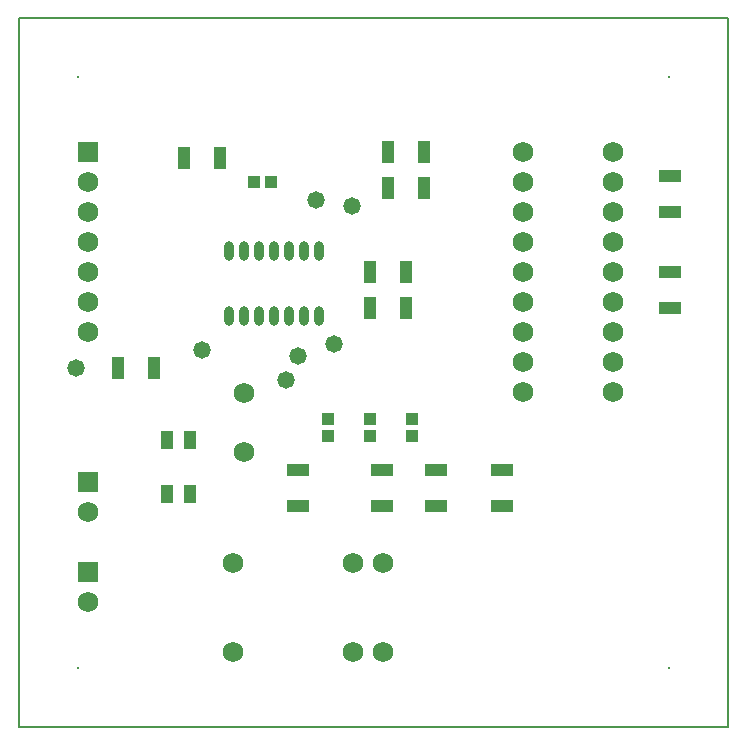
<source format=gts>
G04 Layer_Color=8388736*
%FSLAX25Y25*%
%MOIN*%
G70*
G01*
G75*
%ADD17C,0.00800*%
%ADD27R,0.07296X0.04343*%
%ADD28R,0.04343X0.07296*%
%ADD29O,0.03162X0.06509*%
%ADD30R,0.04343X0.06312*%
%ADD31R,0.03950X0.03950*%
%ADD32R,0.03950X0.03950*%
%ADD33C,0.00800*%
%ADD34C,0.06800*%
%ADD35R,0.06800X0.06800*%
%ADD36C,0.05800*%
D17*
X433071Y488189D02*
Y724409D01*
X196850Y488189D02*
X433071D01*
X196850D02*
Y724409D01*
X433071D01*
D27*
X318000Y561996D02*
D03*
Y574004D02*
D03*
X336000Y574004D02*
D03*
Y561996D02*
D03*
X290000Y574004D02*
D03*
Y561996D02*
D03*
X358000Y574004D02*
D03*
Y561996D02*
D03*
X414000Y672004D02*
D03*
Y659996D02*
D03*
Y627996D02*
D03*
Y640004D02*
D03*
D28*
X319996Y680000D02*
D03*
X332004D02*
D03*
X319996Y668000D02*
D03*
X332004D02*
D03*
X314000Y640000D02*
D03*
X326008D02*
D03*
X326004Y628000D02*
D03*
X313996D02*
D03*
X242004Y608000D02*
D03*
X229996D02*
D03*
X251996Y678000D02*
D03*
X264004D02*
D03*
D29*
X267000Y625272D02*
D03*
X272000D02*
D03*
X277000D02*
D03*
X282000D02*
D03*
X287000D02*
D03*
X292000D02*
D03*
X297000D02*
D03*
X267000Y646728D02*
D03*
X272000D02*
D03*
X277000D02*
D03*
X282000D02*
D03*
X287000D02*
D03*
X292000D02*
D03*
X297000D02*
D03*
D30*
X253839Y584000D02*
D03*
X246161D02*
D03*
X253839Y566000D02*
D03*
X246161D02*
D03*
D31*
X275047Y670000D02*
D03*
X280953D02*
D03*
D32*
X300000Y585047D02*
D03*
Y590953D02*
D03*
X314000Y585047D02*
D03*
Y590953D02*
D03*
X328000Y585047D02*
D03*
Y590953D02*
D03*
D33*
X216535Y704724D02*
D03*
X413386D02*
D03*
Y507874D02*
D03*
X216535D02*
D03*
D34*
X365000Y600000D02*
D03*
X395000D02*
D03*
X365000Y680000D02*
D03*
X395000D02*
D03*
X365000Y610000D02*
D03*
X395000D02*
D03*
X365000Y620000D02*
D03*
X395000D02*
D03*
X365000Y670000D02*
D03*
X395000D02*
D03*
X365000Y660000D02*
D03*
X395000D02*
D03*
X365000Y650000D02*
D03*
X395000D02*
D03*
X365000Y630000D02*
D03*
X395000D02*
D03*
Y640000D02*
D03*
X365000D02*
D03*
X272000Y599685D02*
D03*
Y580000D02*
D03*
X318063Y542961D02*
D03*
X308063D02*
D03*
Y513039D02*
D03*
X318063D02*
D03*
X268299D02*
D03*
Y542961D02*
D03*
X220000Y670000D02*
D03*
Y660000D02*
D03*
Y650000D02*
D03*
Y640000D02*
D03*
Y630000D02*
D03*
Y620000D02*
D03*
Y560000D02*
D03*
Y530000D02*
D03*
D35*
Y680000D02*
D03*
Y570000D02*
D03*
Y540000D02*
D03*
D36*
X286000Y604000D02*
D03*
X308000Y662000D02*
D03*
X290000Y612000D02*
D03*
X296000Y664000D02*
D03*
X302000Y616000D02*
D03*
X258000Y614000D02*
D03*
X216000Y608000D02*
D03*
M02*

</source>
